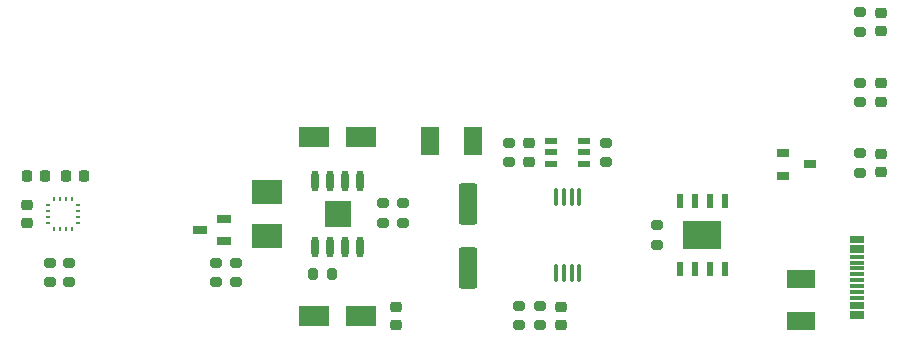
<source format=gbr>
%TF.GenerationSoftware,KiCad,Pcbnew,(6.0.10)*%
%TF.CreationDate,2023-03-03T00:05:23+07:00*%
%TF.ProjectId,wt32_sc01_ext,77743332-5f73-4633-9031-5f6578742e6b,rev?*%
%TF.SameCoordinates,Original*%
%TF.FileFunction,Paste,Top*%
%TF.FilePolarity,Positive*%
%FSLAX46Y46*%
G04 Gerber Fmt 4.6, Leading zero omitted, Abs format (unit mm)*
G04 Created by KiCad (PCBNEW (6.0.10)) date 2023-03-03 00:05:23*
%MOMM*%
%LPD*%
G01*
G04 APERTURE LIST*
G04 Aperture macros list*
%AMRoundRect*
0 Rectangle with rounded corners*
0 $1 Rounding radius*
0 $2 $3 $4 $5 $6 $7 $8 $9 X,Y pos of 4 corners*
0 Add a 4 corners polygon primitive as box body*
4,1,4,$2,$3,$4,$5,$6,$7,$8,$9,$2,$3,0*
0 Add four circle primitives for the rounded corners*
1,1,$1+$1,$2,$3*
1,1,$1+$1,$4,$5*
1,1,$1+$1,$6,$7*
1,1,$1+$1,$8,$9*
0 Add four rect primitives between the rounded corners*
20,1,$1+$1,$2,$3,$4,$5,0*
20,1,$1+$1,$4,$5,$6,$7,0*
20,1,$1+$1,$6,$7,$8,$9,0*
20,1,$1+$1,$8,$9,$2,$3,0*%
G04 Aperture macros list end*
%ADD10RoundRect,0.200000X-0.275000X0.200000X-0.275000X-0.200000X0.275000X-0.200000X0.275000X0.200000X0*%
%ADD11RoundRect,0.225000X0.250000X-0.225000X0.250000X0.225000X-0.250000X0.225000X-0.250000X-0.225000X0*%
%ADD12R,1.250013X0.700000*%
%ADD13RoundRect,0.218750X0.256250X-0.218750X0.256250X0.218750X-0.256250X0.218750X-0.256250X-0.218750X0*%
%ADD14RoundRect,0.200000X0.275000X-0.200000X0.275000X0.200000X-0.275000X0.200000X-0.275000X-0.200000X0*%
%ADD15R,0.600000X1.200000*%
%ADD16R,3.300000X2.400000*%
%ADD17RoundRect,0.200000X0.200000X0.275000X-0.200000X0.275000X-0.200000X-0.275000X0.200000X-0.275000X0*%
%ADD18O,0.600000X1.800000*%
%ADD19R,2.289992X2.289992*%
%ADD20R,1.300000X0.300000*%
%ADD21RoundRect,0.225000X-0.250000X0.225000X-0.250000X-0.225000X0.250000X-0.225000X0.250000X0.225000X0*%
%ADD22R,2.500000X2.000000*%
%ADD23R,2.500000X1.800000*%
%ADD24R,1.607493X2.375997*%
%ADD25R,1.000000X0.800000*%
%ADD26R,1.000000X0.550013*%
%ADD27R,2.375997X1.607493*%
%ADD28R,0.250013X0.450013*%
%ADD29R,0.450013X0.250013*%
%ADD30O,0.400000X1.500000*%
%ADD31RoundRect,0.250000X-0.550000X1.500000X-0.550000X-1.500000X0.550000X-1.500000X0.550000X1.500000X0*%
%ADD32RoundRect,0.225000X-0.225000X-0.250000X0.225000X-0.250000X0.225000X0.250000X-0.225000X0.250000X0*%
%ADD33RoundRect,0.225000X0.225000X0.250000X-0.225000X0.250000X-0.225000X-0.250000X0.225000X-0.250000X0*%
G04 APERTURE END LIST*
D10*
%TO.C,R17*%
X32271290Y14667620D03*
X32271290Y13017620D03*
%TD*%
%TO.C,R12*%
X44703580Y19680240D03*
X44703580Y18030240D03*
%TD*%
D11*
%TO.C,C7*%
X59819290Y9403620D03*
X59819290Y10953620D03*
%TD*%
D10*
%TO.C,R13*%
X56274290Y11003620D03*
X56274290Y9353620D03*
%TD*%
D12*
%TO.C,Q1*%
X31239290Y16478658D03*
X31239290Y18378582D03*
X29239290Y17428620D03*
%TD*%
D10*
%TO.C,R11*%
X46453580Y19680240D03*
X46453580Y18030240D03*
%TD*%
D13*
%TO.C,D2*%
X86881290Y28295120D03*
X86881290Y29870120D03*
%TD*%
D14*
%TO.C,R15*%
X85103290Y22288620D03*
X85103290Y23938620D03*
%TD*%
D15*
%TO.C,U1*%
X69863286Y14091314D03*
X71133289Y14091314D03*
X72403291Y14091314D03*
X73673294Y14091314D03*
X73673294Y19907926D03*
X72403291Y19907926D03*
X71133289Y19907926D03*
X69863286Y19907926D03*
D16*
X71768290Y16999620D03*
%TD*%
D17*
%TO.C,R10*%
X40462290Y13715620D03*
X38812290Y13715620D03*
%TD*%
D18*
%TO.C,U5*%
X39002286Y16023204D03*
X40272289Y16023204D03*
X41542291Y16023204D03*
X42812294Y16023204D03*
X42812294Y21568036D03*
X41542291Y21568036D03*
X40272289Y21568036D03*
X39002286Y21568036D03*
D19*
X40907290Y18795620D03*
%TD*%
D20*
%TO.C,CN1*%
X84869190Y10077591D03*
X84869190Y10877693D03*
X84869190Y12177667D03*
X84869190Y13177667D03*
X84869190Y13677540D03*
X84869190Y14677286D03*
X84869190Y15977769D03*
X84869190Y16777617D03*
X84869190Y16477642D03*
X84869190Y15677540D03*
X84869190Y15177667D03*
X84869190Y14177667D03*
X84869190Y12677540D03*
X84869190Y11677540D03*
X84869190Y11177667D03*
X84869190Y10377566D03*
%TD*%
D21*
%TO.C,C3*%
X57140290Y24777620D03*
X57140290Y23227620D03*
%TD*%
D10*
%TO.C,R1*%
X18174290Y14667620D03*
X18174290Y13017620D03*
%TD*%
D22*
%TO.C,L1*%
X34938303Y16945747D03*
X34938303Y20645518D03*
%TD*%
D14*
%TO.C,R3*%
X85103290Y28257620D03*
X85103290Y29907620D03*
%TD*%
D13*
%TO.C,D1*%
X86881290Y34264120D03*
X86881290Y35839120D03*
%TD*%
D14*
%TO.C,R7*%
X67958290Y16192620D03*
X67958290Y17842620D03*
%TD*%
%TO.C,R8*%
X63640290Y23177620D03*
X63640290Y24827620D03*
%TD*%
D21*
%TO.C,C5*%
X45860290Y10934620D03*
X45860290Y9384620D03*
%TD*%
D23*
%TO.C,D4*%
X38907290Y10159620D03*
X42907290Y10159620D03*
%TD*%
D14*
%TO.C,R4*%
X85103290Y34226620D03*
X85103290Y35876620D03*
%TD*%
D24*
%TO.C,C4*%
X52363176Y24928620D03*
X48755404Y24928620D03*
%TD*%
D25*
%TO.C,U6*%
X78619277Y23936633D03*
X78619277Y22036607D03*
X80919303Y22986569D03*
%TD*%
D23*
%TO.C,D3*%
X42907290Y25272620D03*
X38907290Y25272620D03*
%TD*%
D21*
%TO.C,C2*%
X14618290Y19570620D03*
X14618290Y18020620D03*
%TD*%
D10*
%TO.C,R9*%
X55390290Y24827620D03*
X55390290Y23177620D03*
%TD*%
%TO.C,R2*%
X16523290Y14667620D03*
X16523290Y13017620D03*
%TD*%
D26*
%TO.C,U3*%
X61790341Y23052760D03*
X61790341Y24002722D03*
X61790341Y24952684D03*
X58990239Y24952684D03*
X58990239Y24002722D03*
X58990239Y23052760D03*
%TD*%
D10*
%TO.C,R16*%
X30620290Y14667620D03*
X30620290Y13017620D03*
%TD*%
D27*
%TO.C,C1*%
X80153290Y13303506D03*
X80153290Y9695734D03*
%TD*%
D28*
%TO.C,U2*%
X16916366Y17535752D03*
X17416493Y17535752D03*
X17916366Y17535752D03*
X18416493Y17535752D03*
D29*
X18929320Y18048833D03*
X18929320Y18548960D03*
X18929320Y19048833D03*
X18929320Y19548960D03*
D28*
X18416239Y20061787D03*
X17916112Y20061787D03*
X17416239Y20061787D03*
X16916112Y20061787D03*
D29*
X16403285Y19548706D03*
X16403285Y19048579D03*
X16403285Y18548706D03*
X16403285Y18048579D03*
%TD*%
D14*
%TO.C,R14*%
X58069290Y9353620D03*
X58069290Y11003620D03*
%TD*%
D30*
%TO.C,U4*%
X59415131Y13802214D03*
X60065373Y13802214D03*
X60715614Y13802214D03*
X61365855Y13802214D03*
X61365855Y20203026D03*
X60715614Y20203026D03*
X60065373Y20203026D03*
X59415131Y20203026D03*
%TD*%
D31*
%TO.C,C6*%
X51956290Y19628620D03*
X51956290Y14228620D03*
%TD*%
D32*
%TO.C,C9*%
X14605290Y21970620D03*
X16155290Y21970620D03*
%TD*%
D33*
%TO.C,C8*%
X19457290Y21970620D03*
X17907290Y21970620D03*
%TD*%
D13*
%TO.C,D5*%
X86881290Y22326120D03*
X86881290Y23901120D03*
%TD*%
M02*

</source>
